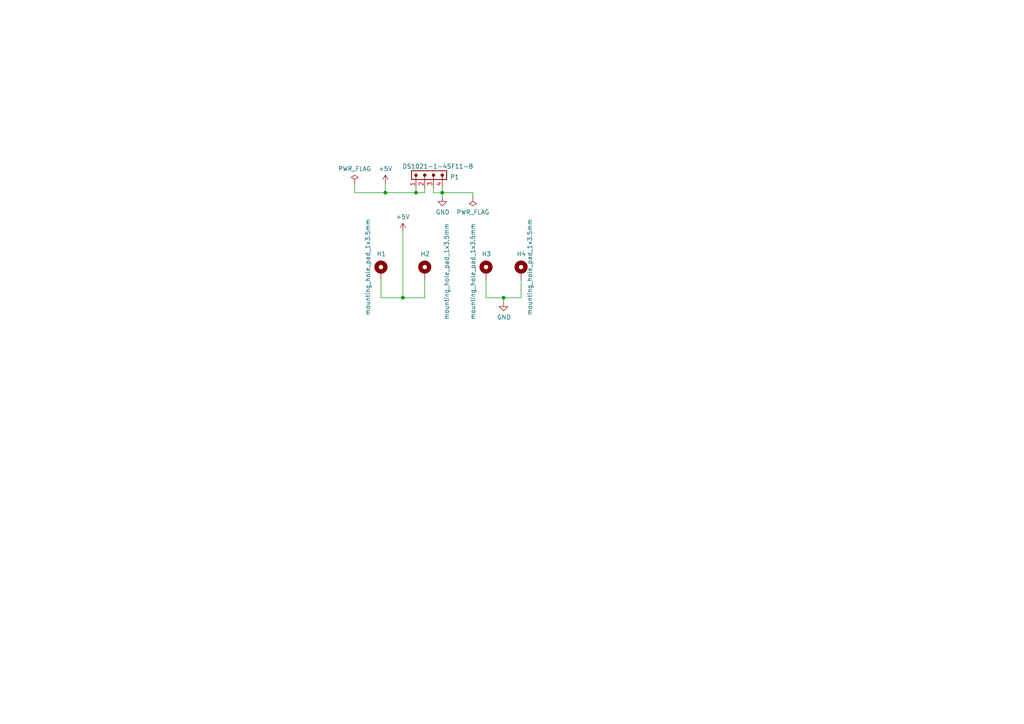
<source format=kicad_sch>
(kicad_sch (version 20230121) (generator eeschema)
  (paper "A4")
  (lib_symbols
    (symbol "connector_pin_header_2.54mm_tht_rl:DS1021-1-4SF11-B" (pin_names (offset 1.016) hide)
      (property "Reference" "P" (at -3.81 2.54 0))
      (property "Value" "DS1021-1-4SF11-B" (at 15.24 0 0))
      (symbol "DS1021-1-4SF11-B_0_1"
        (polyline (pts (xy 0 -1.27) (xy 5.08 -1.27) (xy 5.08 1.27) (xy -5.08 1.27)) (stroke (width 0.254)))
      )
      (symbol "DS1021-1-4SF11-B_1_1"
        (circle (center -3.81 0) (radius 0.254) (stroke (width 0.4572)))
        (circle (center -1.27 0) (radius 0.254) (stroke (width 0.4572)))
        (polyline (pts (xy -5.08 -1.27) (xy -5.08 1.27)) (stroke (width 0.254)))
        (polyline (pts (xy -5.08 -1.27) (xy 0 -1.27)) (stroke (width 0.254)))
        (polyline (pts (xy -3.81 -1.27) (xy -3.81 0)) (stroke (width 0.1524)))
        (polyline (pts (xy -1.27 -1.27) (xy -1.27 0)) (stroke (width 0.1524)))
        (polyline (pts (xy 1.27 -1.27) (xy 1.27 0)) (stroke (width 0.1524)))
        (polyline (pts (xy 3.81 -1.27) (xy 3.81 0)) (stroke (width 0.1524)))
        (circle (center 1.27 0) (radius 0.254) (stroke (width 0.4572)))
        (circle (center 3.81 0) (radius 0.254) (stroke (width 0.4572)))
        (pin passive line (at -3.81 -3.81 90) (length 2.54) (name "1") (number "1"))
        (pin passive line (at -1.27 -3.81 90) (length 2.54) (name "2") (number "2"))
        (pin passive line (at 1.27 -3.81 90) (length 2.54) (name "3") (number "3"))
        (pin passive line (at 3.81 -3.81 90) (length 2.54) (name "4") (number "4"))
      )
    )
    (symbol "mounting_hole_pad_rl:mounting_hole_pad_1x3.5mm" (pin_numbers hide) (pin_names (offset 1.016) hide) (in_bom no)
      (property "Reference" "H" (at 0 2.54 0))
      (property "Value" "mounting_hole_pad_1x3.5mm" (at 16.51 0 0))
      (symbol "mounting_hole_pad_1x3.5mm_1_1"
        (circle (center 0 0) (radius 1.27) (stroke (width 1.27)))
        (pin input line (at 0 -3.81 90) (length 2.54) (name "1") (number "1"))
      )
    )
    (symbol "power_rl:+5V" (power) (pin_numbers hide) (pin_names (offset 0))
      (property "Value" "+5V" (at 0 3.556 0))
      (symbol "+5V_1_1"
        (polyline (pts (xy -0.762 1.27) (xy 0 2.54)))
        (polyline (pts (xy 0 0) (xy 0 2.54)))
        (polyline (pts (xy 0 2.54) (xy 0.762 1.27)))
        (pin power_in line (at 0 0 90) (length 0) hide (name "+5V") (number "1"))
      )
    )
    (symbol "power_rl:GND" (power) (pin_names (offset 0))
      (property "Value" "GND" (at 0 -2.54 0))
      (symbol "GND_1_1"
        (polyline (pts (xy 0 1.27) (xy 0 0) (xy 1.27 0) (xy 0 -1.27) (xy -1.27 0) (xy 0 0)))
        (pin power_in line (at 0 1.27 270) (length 0) hide (name "GND") (number "1"))
      )
    )
    (symbol "power_rl:PWR_FLAG" (power) (pin_numbers hide) (pin_names (offset 0) hide)
      (property "Value" "PWR_FLAG" (at 0 3.81 0))
      (symbol "PWR_FLAG_0_0"
        (pin power_out line (at 0 0 90) (length 0) (name "pwr") (number "1"))
      )
      (symbol "PWR_FLAG_0_1"
        (polyline (pts (xy 0 0) (xy 0 1.27) (xy -1.016 1.905) (xy 0 2.54) (xy 1.016 1.905) (xy 0 1.27)))
      )
    )
  )
  (junction (at 116.84 86.36))
  (junction (at 120.65 55.88))
  (junction (at 111.76 55.88))
  (junction (at 128.27 55.88))
  (junction (at 146.05 86.36))
  (wire (pts (xy 123.19 54.61) (xy 123.19 55.88)))
  (wire (pts (xy 102.87 55.88) (xy 111.76 55.88)))
  (wire (pts (xy 125.73 54.61) (xy 125.73 55.88)))
  (wire (pts (xy 116.84 86.36) (xy 110.49 86.36)))
  (wire (pts (xy 111.76 55.88) (xy 111.76 53.34)))
  (wire (pts (xy 128.27 57.15) (xy 128.27 55.88)))
  (wire (pts (xy 128.27 55.88) (xy 137.16 55.88)))
  (wire (pts (xy 102.87 55.88) (xy 102.87 53.34)))
  (wire (pts (xy 151.13 86.36) (xy 151.13 81.28)))
  (wire (pts (xy 140.97 81.28) (xy 140.97 86.36)))
  (wire (pts (xy 125.73 55.88) (xy 128.27 55.88)))
  (wire (pts (xy 116.84 67.31) (xy 116.84 86.36)))
  (wire (pts (xy 120.65 55.88) (xy 111.76 55.88)))
  (wire (pts (xy 146.05 86.36) (xy 151.13 86.36)))
  (wire (pts (xy 123.19 86.36) (xy 116.84 86.36)))
  (wire (pts (xy 128.27 55.88) (xy 128.27 54.61)))
  (wire (pts (xy 137.16 55.88) (xy 137.16 57.15)))
  (wire (pts (xy 146.05 87.63) (xy 146.05 86.36)))
  (wire (pts (xy 123.19 55.88) (xy 120.65 55.88)))
  (wire (pts (xy 140.97 86.36) (xy 146.05 86.36)))
  (wire (pts (xy 123.19 81.28) (xy 123.19 86.36)))
  (wire (pts (xy 110.49 86.36) (xy 110.49 81.28)))
  (wire (pts (xy 120.65 55.88) (xy 120.65 54.61)))
  (symbol (lib_id "connector_pin_header_2.54mm_tht_rl:DS1021-1-4SF11-B") (at 124.46 50.8 0) (unit 1)
    (property "Reference" "P1" (at 130.5052 51.3334 0) (effects (justify left)))
    (property "Value" "DS1021-1-4SF11-B" (at 127 48.26 0))
    (property "Footprint" "connector_pin_header_2.54mm_tht_rl:1x4_pin_header_2.54mm_vertical" (effects hide))
    (property "Datasheet" "http://en.connfly.group/static/upload/file/pdf/DS1021.pdf" (effects hide))
  )
  (symbol (lib_id "power_rl:+5V") (at 111.76 53.34 0) (unit 1)
    (property "Reference" "#PWR0101" (effects hide))
    (property "Value" "+5V" (at 111.76 48.9458 0))
  )
  (symbol (lib_id "power_rl:GND") (at 128.27 58.42 0) (unit 1)
    (property "Reference" "#PWR0102" (effects hide))
    (property "Value" "GND" (at 128.397 61.5442 0))
  )
  (symbol (lib_id "mounting_hole_pad_rl:mounting_hole_pad_1x3.5mm") (at 110.49 77.47 0) (unit 1) (in_bom no)
    (property "Reference" "H1" (at 109.22 73.66 0) (effects (justify left)))
    (property "Value" "mounting_hole_pad_1x3.5mm" (at 106.68 77.47 90))
    (property "Footprint" "mounting_hole_pad_rl:mounting_hole_pad_1x3.5mm" (effects hide))
  )
  (symbol (lib_id "mounting_hole_pad_rl:mounting_hole_pad_1x3.5mm") (at 123.19 77.47 0) (unit 1) (in_bom no)
    (property "Reference" "H2" (at 121.92 73.66 0) (effects (justify left)))
    (property "Value" "mounting_hole_pad_1x3.5mm" (at 129.54 78.74 90))
    (property "Footprint" "mounting_hole_pad_rl:mounting_hole_pad_1x3.5mm" (effects hide))
  )
  (symbol (lib_id "mounting_hole_pad_rl:mounting_hole_pad_1x3.5mm") (at 140.97 77.47 0) (unit 1) (in_bom no)
    (property "Reference" "H3" (at 139.7 73.66 0) (effects (justify left)))
    (property "Value" "mounting_hole_pad_1x3.5mm" (at 137.16 78.74 90))
    (property "Footprint" "mounting_hole_pad_rl:mounting_hole_pad_1x3.5mm" (effects hide))
  )
  (symbol (lib_id "mounting_hole_pad_rl:mounting_hole_pad_1x3.5mm") (at 151.13 77.47 0) (unit 1) (in_bom no)
    (property "Reference" "H4" (at 149.86 73.66 0) (effects (justify left)))
    (property "Value" "mounting_hole_pad_1x3.5mm" (at 153.67 77.47 90))
    (property "Footprint" "mounting_hole_pad_rl:mounting_hole_pad_1x3.5mm" (effects hide))
  )
  (symbol (lib_id "power_rl:GND") (at 146.05 88.9 0) (unit 1)
    (property "Reference" "#PWR0103" (effects hide))
    (property "Value" "GND" (at 146.177 92.0242 0))
  )
  (symbol (lib_id "power_rl:+5V") (at 116.84 67.31 0) (unit 1)
    (property "Reference" "#PWR0104" (effects hide))
    (property "Value" "+5V" (at 116.84 62.9158 0))
  )
  (symbol (lib_id "power_rl:PWR_FLAG") (at 102.87 53.34 0) (unit 1)
    (property "Reference" "#FLG0101" (effects hide))
    (property "Value" "PWR_FLAG" (at 102.87 48.9458 0))
  )
  (symbol (lib_id "power_rl:PWR_FLAG") (at 137.16 57.15 180) (unit 1)
    (property "Reference" "#FLG0102" (effects hide))
    (property "Value" "PWR_FLAG" (at 137.16 61.5442 0))
  )
)
</source>
